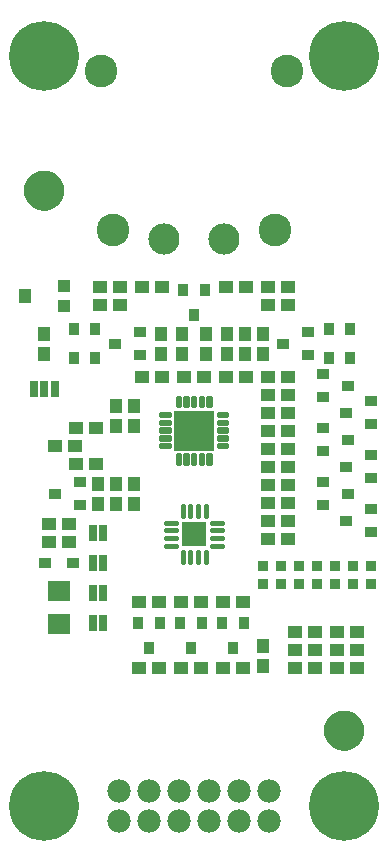
<source format=gbr>
G04 EAGLE Gerber RS-274X export*
G75*
%MOMM*%
%FSLAX34Y34*%
%LPD*%
%INGTS*%
%IPPOS*%
%AMOC8*
5,1,8,0,0,1.08239X$1,22.5*%
G01*
%ADD10C,2.768600*%
%ADD11R,1.201600X1.101600*%
%ADD12C,5.901600*%
%ADD13C,1.209600*%
%ADD14R,1.101600X1.201600*%
%ADD15R,1.001600X1.101600*%
%ADD16R,1.001600X1.201600*%
%ADD17R,0.901600X1.001600*%
%ADD18R,0.736600X1.371600*%
%ADD19R,1.001600X0.901600*%
%ADD20R,0.901600X0.901600*%
%ADD21R,1.101600X0.901600*%
%ADD22R,0.901600X1.101600*%
%ADD23C,0.300959*%
%ADD24R,3.451600X3.451600*%
%ADD25C,1.981200*%
%ADD26C,0.401600*%
%ADD27R,2.100800X2.100800*%
%ADD28R,1.901600X1.701600*%
%ADD29C,1.200000*%
%ADD30C,1.101600*%
%ADD31C,2.641600*%


D10*
X68580Y170180D03*
X-68580Y170180D03*
X-78740Y304800D03*
X78740Y304800D03*
D11*
X44060Y121920D03*
X27060Y121920D03*
D12*
X127000Y317500D03*
D13*
X105000Y317500D03*
X149000Y317500D03*
X127000Y295500D03*
X127000Y339500D03*
X111500Y333000D03*
X142500Y333000D03*
X111500Y302000D03*
X142500Y302000D03*
D12*
X127000Y-317500D03*
D13*
X105000Y-317500D03*
X149000Y-317500D03*
X127000Y-339500D03*
X127000Y-295500D03*
X111500Y-302000D03*
X142500Y-302000D03*
X111500Y-333000D03*
X142500Y-333000D03*
D12*
X-127000Y-317500D03*
D13*
X-149000Y-317500D03*
X-105000Y-317500D03*
X-127000Y-339500D03*
X-127000Y-295500D03*
X-142500Y-302000D03*
X-111500Y-302000D03*
X-142500Y-333000D03*
X-111500Y-333000D03*
D12*
X-127000Y317500D03*
D13*
X-149000Y317500D03*
X-105000Y317500D03*
X-127000Y295500D03*
X-127000Y339500D03*
X-142500Y333000D03*
X-111500Y333000D03*
X-142500Y302000D03*
X-111500Y302000D03*
D11*
X-122800Y-78740D03*
X-105800Y-78740D03*
D14*
X-66040Y-44840D03*
X-66040Y-61840D03*
D11*
X-122800Y-93980D03*
X-105800Y-93980D03*
D14*
X-81280Y-44840D03*
X-81280Y-61840D03*
D11*
X8500Y45720D03*
X-8500Y45720D03*
X-44060Y121920D03*
X-27060Y121920D03*
D14*
X43180Y82160D03*
X43180Y65160D03*
D15*
X-110500Y105800D03*
D16*
X-143500Y114300D03*
D15*
X-110500Y122800D03*
D17*
X42520Y-162720D03*
X23520Y-162720D03*
X33020Y-183720D03*
X6960Y-162720D03*
X-12040Y-162720D03*
X-2540Y-183720D03*
D14*
X-127000Y65160D03*
X-127000Y82160D03*
D18*
X-118110Y35560D03*
X-127000Y35560D03*
X-135890Y35560D03*
D14*
X58420Y82160D03*
X58420Y65160D03*
X27940Y65160D03*
X27940Y82160D03*
X-27940Y65160D03*
X-27940Y82160D03*
X10160Y82160D03*
X10160Y65160D03*
X-10160Y82160D03*
X-10160Y65160D03*
D19*
X96360Y64160D03*
X96360Y83160D03*
X75360Y73660D03*
X-45880Y64160D03*
X-45880Y83160D03*
X-66880Y73660D03*
D11*
X44060Y45720D03*
X27060Y45720D03*
X-27060Y45720D03*
X-44060Y45720D03*
X-62620Y106680D03*
X-79620Y106680D03*
X-79620Y121920D03*
X-62620Y121920D03*
X62620Y106680D03*
X79620Y106680D03*
X79620Y121920D03*
X62620Y121920D03*
D20*
X119380Y-114420D03*
X119380Y-129420D03*
D19*
X149700Y-85700D03*
X149700Y-66700D03*
X128700Y-76200D03*
D11*
X138040Y-170180D03*
X121040Y-170180D03*
D20*
X73660Y-114420D03*
X73660Y-129420D03*
D19*
X109380Y1880D03*
X109380Y-17120D03*
X130380Y-7620D03*
D11*
X85480Y-200660D03*
X102480Y-200660D03*
D20*
X104140Y-114420D03*
X104140Y-129420D03*
D19*
X109380Y-43840D03*
X109380Y-62840D03*
X130380Y-53340D03*
D11*
X85480Y-170180D03*
X102480Y-170180D03*
D20*
X88900Y-114420D03*
X88900Y-129420D03*
D19*
X149700Y-39980D03*
X149700Y-20980D03*
X128700Y-30480D03*
D11*
X85480Y-185420D03*
X102480Y-185420D03*
X24520Y-144780D03*
X41520Y-144780D03*
X-11040Y-144780D03*
X5960Y-144780D03*
X41520Y-200660D03*
X24520Y-200660D03*
X5960Y-200660D03*
X-11040Y-200660D03*
D21*
X-126300Y-111760D03*
X-102300Y-111760D03*
D22*
X132080Y85660D03*
X132080Y61660D03*
X114300Y61660D03*
X114300Y85660D03*
X-101600Y85660D03*
X-101600Y61660D03*
X-83820Y61660D03*
X-83820Y85660D03*
D17*
X9500Y119220D03*
X-9500Y119220D03*
X0Y98220D03*
D11*
X-99940Y2540D03*
X-82940Y2540D03*
X-100720Y-12700D03*
X-117720Y-12700D03*
D14*
X-66040Y4200D03*
X-66040Y21200D03*
D11*
X-82940Y-27940D03*
X-99940Y-27940D03*
D14*
X-50800Y4200D03*
X-50800Y21200D03*
D19*
X-96680Y-62840D03*
X-96680Y-43840D03*
X-117680Y-53340D03*
D11*
X62620Y30480D03*
X79620Y30480D03*
X62620Y45720D03*
X79620Y45720D03*
X62620Y-30480D03*
X79620Y-30480D03*
X62620Y-15240D03*
X79620Y-15240D03*
X62620Y0D03*
X79620Y0D03*
X62620Y15240D03*
X79620Y15240D03*
D20*
X134620Y-114420D03*
X134620Y-129420D03*
D19*
X109380Y47600D03*
X109380Y28600D03*
X130380Y38100D03*
D11*
X138040Y-185420D03*
X121040Y-185420D03*
D20*
X149860Y-114420D03*
X149860Y-129420D03*
D19*
X149700Y5740D03*
X149700Y24740D03*
X128700Y15240D03*
D11*
X138040Y-200660D03*
X121040Y-200660D03*
D17*
X-28600Y-162720D03*
X-47600Y-162720D03*
X-38100Y-183720D03*
D11*
X-46600Y-144780D03*
X-29600Y-144780D03*
X-29600Y-200660D03*
X-46600Y-200660D03*
D18*
X-85755Y-86360D03*
X-76805Y-86360D03*
D11*
X62620Y-60960D03*
X79620Y-60960D03*
X62620Y-45720D03*
X79620Y-45720D03*
X62620Y-76200D03*
X79620Y-76200D03*
D18*
X-85755Y-111760D03*
X-76805Y-111760D03*
X-85755Y-137160D03*
X-76805Y-137160D03*
D23*
X11997Y20747D02*
X11997Y28003D01*
X14003Y28003D01*
X14003Y20747D01*
X11997Y20747D01*
X11997Y23606D02*
X14003Y23606D01*
X14003Y26465D02*
X11997Y26465D01*
X5497Y28003D02*
X5497Y20747D01*
X5497Y28003D02*
X7503Y28003D01*
X7503Y20747D01*
X5497Y20747D01*
X5497Y23606D02*
X7503Y23606D01*
X7503Y26465D02*
X5497Y26465D01*
X-1003Y28003D02*
X-1003Y20747D01*
X-1003Y28003D02*
X1003Y28003D01*
X1003Y20747D01*
X-1003Y20747D01*
X-1003Y23606D02*
X1003Y23606D01*
X1003Y26465D02*
X-1003Y26465D01*
X-7503Y28003D02*
X-7503Y20747D01*
X-7503Y28003D02*
X-5497Y28003D01*
X-5497Y20747D01*
X-7503Y20747D01*
X-7503Y23606D02*
X-5497Y23606D01*
X-5497Y26465D02*
X-7503Y26465D01*
X-14003Y28003D02*
X-14003Y20747D01*
X-14003Y28003D02*
X-11997Y28003D01*
X-11997Y20747D01*
X-14003Y20747D01*
X-14003Y23606D02*
X-11997Y23606D01*
X-11997Y26465D02*
X-14003Y26465D01*
X-20747Y11997D02*
X-28003Y11997D01*
X-28003Y14003D01*
X-20747Y14003D01*
X-20747Y11997D01*
X-20747Y5497D02*
X-28003Y5497D01*
X-28003Y7503D01*
X-20747Y7503D01*
X-20747Y5497D01*
X-20747Y-1003D02*
X-28003Y-1003D01*
X-28003Y1003D01*
X-20747Y1003D01*
X-20747Y-1003D01*
X-20747Y-7503D02*
X-28003Y-7503D01*
X-28003Y-5497D01*
X-20747Y-5497D01*
X-20747Y-7503D01*
X-20747Y-14003D02*
X-28003Y-14003D01*
X-28003Y-11997D01*
X-20747Y-11997D01*
X-20747Y-14003D01*
X-11997Y-20747D02*
X-11997Y-28003D01*
X-14003Y-28003D01*
X-14003Y-20747D01*
X-11997Y-20747D01*
X-11997Y-25144D02*
X-14003Y-25144D01*
X-14003Y-22285D02*
X-11997Y-22285D01*
X-5497Y-20747D02*
X-5497Y-28003D01*
X-7503Y-28003D01*
X-7503Y-20747D01*
X-5497Y-20747D01*
X-5497Y-25144D02*
X-7503Y-25144D01*
X-7503Y-22285D02*
X-5497Y-22285D01*
X1003Y-20747D02*
X1003Y-28003D01*
X-1003Y-28003D01*
X-1003Y-20747D01*
X1003Y-20747D01*
X1003Y-25144D02*
X-1003Y-25144D01*
X-1003Y-22285D02*
X1003Y-22285D01*
X7503Y-20747D02*
X7503Y-28003D01*
X5497Y-28003D01*
X5497Y-20747D01*
X7503Y-20747D01*
X7503Y-25144D02*
X5497Y-25144D01*
X5497Y-22285D02*
X7503Y-22285D01*
X14003Y-20747D02*
X14003Y-28003D01*
X11997Y-28003D01*
X11997Y-20747D01*
X14003Y-20747D01*
X14003Y-25144D02*
X11997Y-25144D01*
X11997Y-22285D02*
X14003Y-22285D01*
X20747Y-11997D02*
X28003Y-11997D01*
X28003Y-14003D01*
X20747Y-14003D01*
X20747Y-11997D01*
X20747Y-5497D02*
X28003Y-5497D01*
X28003Y-7503D01*
X20747Y-7503D01*
X20747Y-5497D01*
X20747Y1003D02*
X28003Y1003D01*
X28003Y-1003D01*
X20747Y-1003D01*
X20747Y1003D01*
X20747Y7503D02*
X28003Y7503D01*
X28003Y5497D01*
X20747Y5497D01*
X20747Y7503D01*
X20747Y14003D02*
X28003Y14003D01*
X28003Y11997D01*
X20747Y11997D01*
X20747Y14003D01*
D24*
X0Y0D03*
D18*
X-76805Y-162560D03*
X-85755Y-162560D03*
D25*
X-63500Y-330200D03*
X-63500Y-304800D03*
X-38100Y-330200D03*
X-38100Y-304800D03*
X-12700Y-330200D03*
X-12700Y-304800D03*
X12700Y-330200D03*
X12700Y-304800D03*
X38100Y-330200D03*
X38100Y-304800D03*
X63500Y-330200D03*
X63500Y-304800D03*
D14*
X-50800Y-61840D03*
X-50800Y-44840D03*
D26*
X9750Y-64130D02*
X9750Y-72130D01*
X3250Y-72130D02*
X3250Y-64130D01*
X-3250Y-64130D02*
X-3250Y-72130D01*
X-9750Y-72130D02*
X-9750Y-64130D01*
X-15500Y-77880D02*
X-23500Y-77880D01*
X-23500Y-84380D02*
X-15500Y-84380D01*
X-15500Y-90880D02*
X-23500Y-90880D01*
X-23500Y-97380D02*
X-15500Y-97380D01*
X-9750Y-103130D02*
X-9750Y-111130D01*
X-3250Y-111130D02*
X-3250Y-103130D01*
X3250Y-103130D02*
X3250Y-111130D01*
X9750Y-111130D02*
X9750Y-103130D01*
X15500Y-97380D02*
X23500Y-97380D01*
X23500Y-90880D02*
X15500Y-90880D01*
X15500Y-84380D02*
X23500Y-84380D01*
X23500Y-77880D02*
X15500Y-77880D01*
D27*
X0Y-87630D03*
D28*
X-114300Y-135860D03*
X-114300Y-163860D03*
D29*
X-138000Y203200D02*
X-137997Y203470D01*
X-137987Y203740D01*
X-137970Y204009D01*
X-137947Y204278D01*
X-137917Y204547D01*
X-137881Y204814D01*
X-137838Y205081D01*
X-137789Y205346D01*
X-137733Y205610D01*
X-137670Y205873D01*
X-137602Y206134D01*
X-137526Y206393D01*
X-137445Y206650D01*
X-137357Y206906D01*
X-137263Y207159D01*
X-137163Y207410D01*
X-137056Y207658D01*
X-136944Y207903D01*
X-136825Y208146D01*
X-136701Y208385D01*
X-136571Y208622D01*
X-136435Y208855D01*
X-136293Y209085D01*
X-136146Y209311D01*
X-135993Y209534D01*
X-135835Y209753D01*
X-135672Y209968D01*
X-135503Y210178D01*
X-135329Y210385D01*
X-135150Y210587D01*
X-134967Y210785D01*
X-134778Y210978D01*
X-134585Y211167D01*
X-134387Y211350D01*
X-134185Y211529D01*
X-133978Y211703D01*
X-133768Y211872D01*
X-133553Y212035D01*
X-133334Y212193D01*
X-133111Y212346D01*
X-132885Y212493D01*
X-132655Y212635D01*
X-132422Y212771D01*
X-132185Y212901D01*
X-131946Y213025D01*
X-131703Y213144D01*
X-131458Y213256D01*
X-131210Y213363D01*
X-130959Y213463D01*
X-130706Y213557D01*
X-130450Y213645D01*
X-130193Y213726D01*
X-129934Y213802D01*
X-129673Y213870D01*
X-129410Y213933D01*
X-129146Y213989D01*
X-128881Y214038D01*
X-128614Y214081D01*
X-128347Y214117D01*
X-128078Y214147D01*
X-127809Y214170D01*
X-127540Y214187D01*
X-127270Y214197D01*
X-127000Y214200D01*
X-126730Y214197D01*
X-126460Y214187D01*
X-126191Y214170D01*
X-125922Y214147D01*
X-125653Y214117D01*
X-125386Y214081D01*
X-125119Y214038D01*
X-124854Y213989D01*
X-124590Y213933D01*
X-124327Y213870D01*
X-124066Y213802D01*
X-123807Y213726D01*
X-123550Y213645D01*
X-123294Y213557D01*
X-123041Y213463D01*
X-122790Y213363D01*
X-122542Y213256D01*
X-122297Y213144D01*
X-122054Y213025D01*
X-121815Y212901D01*
X-121578Y212771D01*
X-121345Y212635D01*
X-121115Y212493D01*
X-120889Y212346D01*
X-120666Y212193D01*
X-120447Y212035D01*
X-120232Y211872D01*
X-120022Y211703D01*
X-119815Y211529D01*
X-119613Y211350D01*
X-119415Y211167D01*
X-119222Y210978D01*
X-119033Y210785D01*
X-118850Y210587D01*
X-118671Y210385D01*
X-118497Y210178D01*
X-118328Y209968D01*
X-118165Y209753D01*
X-118007Y209534D01*
X-117854Y209311D01*
X-117707Y209085D01*
X-117565Y208855D01*
X-117429Y208622D01*
X-117299Y208385D01*
X-117175Y208146D01*
X-117056Y207903D01*
X-116944Y207658D01*
X-116837Y207410D01*
X-116737Y207159D01*
X-116643Y206906D01*
X-116555Y206650D01*
X-116474Y206393D01*
X-116398Y206134D01*
X-116330Y205873D01*
X-116267Y205610D01*
X-116211Y205346D01*
X-116162Y205081D01*
X-116119Y204814D01*
X-116083Y204547D01*
X-116053Y204278D01*
X-116030Y204009D01*
X-116013Y203740D01*
X-116003Y203470D01*
X-116000Y203200D01*
X-116003Y202930D01*
X-116013Y202660D01*
X-116030Y202391D01*
X-116053Y202122D01*
X-116083Y201853D01*
X-116119Y201586D01*
X-116162Y201319D01*
X-116211Y201054D01*
X-116267Y200790D01*
X-116330Y200527D01*
X-116398Y200266D01*
X-116474Y200007D01*
X-116555Y199750D01*
X-116643Y199494D01*
X-116737Y199241D01*
X-116837Y198990D01*
X-116944Y198742D01*
X-117056Y198497D01*
X-117175Y198254D01*
X-117299Y198015D01*
X-117429Y197778D01*
X-117565Y197545D01*
X-117707Y197315D01*
X-117854Y197089D01*
X-118007Y196866D01*
X-118165Y196647D01*
X-118328Y196432D01*
X-118497Y196222D01*
X-118671Y196015D01*
X-118850Y195813D01*
X-119033Y195615D01*
X-119222Y195422D01*
X-119415Y195233D01*
X-119613Y195050D01*
X-119815Y194871D01*
X-120022Y194697D01*
X-120232Y194528D01*
X-120447Y194365D01*
X-120666Y194207D01*
X-120889Y194054D01*
X-121115Y193907D01*
X-121345Y193765D01*
X-121578Y193629D01*
X-121815Y193499D01*
X-122054Y193375D01*
X-122297Y193256D01*
X-122542Y193144D01*
X-122790Y193037D01*
X-123041Y192937D01*
X-123294Y192843D01*
X-123550Y192755D01*
X-123807Y192674D01*
X-124066Y192598D01*
X-124327Y192530D01*
X-124590Y192467D01*
X-124854Y192411D01*
X-125119Y192362D01*
X-125386Y192319D01*
X-125653Y192283D01*
X-125922Y192253D01*
X-126191Y192230D01*
X-126460Y192213D01*
X-126730Y192203D01*
X-127000Y192200D01*
X-127270Y192203D01*
X-127540Y192213D01*
X-127809Y192230D01*
X-128078Y192253D01*
X-128347Y192283D01*
X-128614Y192319D01*
X-128881Y192362D01*
X-129146Y192411D01*
X-129410Y192467D01*
X-129673Y192530D01*
X-129934Y192598D01*
X-130193Y192674D01*
X-130450Y192755D01*
X-130706Y192843D01*
X-130959Y192937D01*
X-131210Y193037D01*
X-131458Y193144D01*
X-131703Y193256D01*
X-131946Y193375D01*
X-132185Y193499D01*
X-132422Y193629D01*
X-132655Y193765D01*
X-132885Y193907D01*
X-133111Y194054D01*
X-133334Y194207D01*
X-133553Y194365D01*
X-133768Y194528D01*
X-133978Y194697D01*
X-134185Y194871D01*
X-134387Y195050D01*
X-134585Y195233D01*
X-134778Y195422D01*
X-134967Y195615D01*
X-135150Y195813D01*
X-135329Y196015D01*
X-135503Y196222D01*
X-135672Y196432D01*
X-135835Y196647D01*
X-135993Y196866D01*
X-136146Y197089D01*
X-136293Y197315D01*
X-136435Y197545D01*
X-136571Y197778D01*
X-136701Y198015D01*
X-136825Y198254D01*
X-136944Y198497D01*
X-137056Y198742D01*
X-137163Y198990D01*
X-137263Y199241D01*
X-137357Y199494D01*
X-137445Y199750D01*
X-137526Y200007D01*
X-137602Y200266D01*
X-137670Y200527D01*
X-137733Y200790D01*
X-137789Y201054D01*
X-137838Y201319D01*
X-137881Y201586D01*
X-137917Y201853D01*
X-137947Y202122D01*
X-137970Y202391D01*
X-137987Y202660D01*
X-137997Y202930D01*
X-138000Y203200D01*
D30*
X-127000Y203200D03*
D29*
X116000Y-254000D02*
X116003Y-253730D01*
X116013Y-253460D01*
X116030Y-253191D01*
X116053Y-252922D01*
X116083Y-252653D01*
X116119Y-252386D01*
X116162Y-252119D01*
X116211Y-251854D01*
X116267Y-251590D01*
X116330Y-251327D01*
X116398Y-251066D01*
X116474Y-250807D01*
X116555Y-250550D01*
X116643Y-250294D01*
X116737Y-250041D01*
X116837Y-249790D01*
X116944Y-249542D01*
X117056Y-249297D01*
X117175Y-249054D01*
X117299Y-248815D01*
X117429Y-248578D01*
X117565Y-248345D01*
X117707Y-248115D01*
X117854Y-247889D01*
X118007Y-247666D01*
X118165Y-247447D01*
X118328Y-247232D01*
X118497Y-247022D01*
X118671Y-246815D01*
X118850Y-246613D01*
X119033Y-246415D01*
X119222Y-246222D01*
X119415Y-246033D01*
X119613Y-245850D01*
X119815Y-245671D01*
X120022Y-245497D01*
X120232Y-245328D01*
X120447Y-245165D01*
X120666Y-245007D01*
X120889Y-244854D01*
X121115Y-244707D01*
X121345Y-244565D01*
X121578Y-244429D01*
X121815Y-244299D01*
X122054Y-244175D01*
X122297Y-244056D01*
X122542Y-243944D01*
X122790Y-243837D01*
X123041Y-243737D01*
X123294Y-243643D01*
X123550Y-243555D01*
X123807Y-243474D01*
X124066Y-243398D01*
X124327Y-243330D01*
X124590Y-243267D01*
X124854Y-243211D01*
X125119Y-243162D01*
X125386Y-243119D01*
X125653Y-243083D01*
X125922Y-243053D01*
X126191Y-243030D01*
X126460Y-243013D01*
X126730Y-243003D01*
X127000Y-243000D01*
X127270Y-243003D01*
X127540Y-243013D01*
X127809Y-243030D01*
X128078Y-243053D01*
X128347Y-243083D01*
X128614Y-243119D01*
X128881Y-243162D01*
X129146Y-243211D01*
X129410Y-243267D01*
X129673Y-243330D01*
X129934Y-243398D01*
X130193Y-243474D01*
X130450Y-243555D01*
X130706Y-243643D01*
X130959Y-243737D01*
X131210Y-243837D01*
X131458Y-243944D01*
X131703Y-244056D01*
X131946Y-244175D01*
X132185Y-244299D01*
X132422Y-244429D01*
X132655Y-244565D01*
X132885Y-244707D01*
X133111Y-244854D01*
X133334Y-245007D01*
X133553Y-245165D01*
X133768Y-245328D01*
X133978Y-245497D01*
X134185Y-245671D01*
X134387Y-245850D01*
X134585Y-246033D01*
X134778Y-246222D01*
X134967Y-246415D01*
X135150Y-246613D01*
X135329Y-246815D01*
X135503Y-247022D01*
X135672Y-247232D01*
X135835Y-247447D01*
X135993Y-247666D01*
X136146Y-247889D01*
X136293Y-248115D01*
X136435Y-248345D01*
X136571Y-248578D01*
X136701Y-248815D01*
X136825Y-249054D01*
X136944Y-249297D01*
X137056Y-249542D01*
X137163Y-249790D01*
X137263Y-250041D01*
X137357Y-250294D01*
X137445Y-250550D01*
X137526Y-250807D01*
X137602Y-251066D01*
X137670Y-251327D01*
X137733Y-251590D01*
X137789Y-251854D01*
X137838Y-252119D01*
X137881Y-252386D01*
X137917Y-252653D01*
X137947Y-252922D01*
X137970Y-253191D01*
X137987Y-253460D01*
X137997Y-253730D01*
X138000Y-254000D01*
X137997Y-254270D01*
X137987Y-254540D01*
X137970Y-254809D01*
X137947Y-255078D01*
X137917Y-255347D01*
X137881Y-255614D01*
X137838Y-255881D01*
X137789Y-256146D01*
X137733Y-256410D01*
X137670Y-256673D01*
X137602Y-256934D01*
X137526Y-257193D01*
X137445Y-257450D01*
X137357Y-257706D01*
X137263Y-257959D01*
X137163Y-258210D01*
X137056Y-258458D01*
X136944Y-258703D01*
X136825Y-258946D01*
X136701Y-259185D01*
X136571Y-259422D01*
X136435Y-259655D01*
X136293Y-259885D01*
X136146Y-260111D01*
X135993Y-260334D01*
X135835Y-260553D01*
X135672Y-260768D01*
X135503Y-260978D01*
X135329Y-261185D01*
X135150Y-261387D01*
X134967Y-261585D01*
X134778Y-261778D01*
X134585Y-261967D01*
X134387Y-262150D01*
X134185Y-262329D01*
X133978Y-262503D01*
X133768Y-262672D01*
X133553Y-262835D01*
X133334Y-262993D01*
X133111Y-263146D01*
X132885Y-263293D01*
X132655Y-263435D01*
X132422Y-263571D01*
X132185Y-263701D01*
X131946Y-263825D01*
X131703Y-263944D01*
X131458Y-264056D01*
X131210Y-264163D01*
X130959Y-264263D01*
X130706Y-264357D01*
X130450Y-264445D01*
X130193Y-264526D01*
X129934Y-264602D01*
X129673Y-264670D01*
X129410Y-264733D01*
X129146Y-264789D01*
X128881Y-264838D01*
X128614Y-264881D01*
X128347Y-264917D01*
X128078Y-264947D01*
X127809Y-264970D01*
X127540Y-264987D01*
X127270Y-264997D01*
X127000Y-265000D01*
X126730Y-264997D01*
X126460Y-264987D01*
X126191Y-264970D01*
X125922Y-264947D01*
X125653Y-264917D01*
X125386Y-264881D01*
X125119Y-264838D01*
X124854Y-264789D01*
X124590Y-264733D01*
X124327Y-264670D01*
X124066Y-264602D01*
X123807Y-264526D01*
X123550Y-264445D01*
X123294Y-264357D01*
X123041Y-264263D01*
X122790Y-264163D01*
X122542Y-264056D01*
X122297Y-263944D01*
X122054Y-263825D01*
X121815Y-263701D01*
X121578Y-263571D01*
X121345Y-263435D01*
X121115Y-263293D01*
X120889Y-263146D01*
X120666Y-262993D01*
X120447Y-262835D01*
X120232Y-262672D01*
X120022Y-262503D01*
X119815Y-262329D01*
X119613Y-262150D01*
X119415Y-261967D01*
X119222Y-261778D01*
X119033Y-261585D01*
X118850Y-261387D01*
X118671Y-261185D01*
X118497Y-260978D01*
X118328Y-260768D01*
X118165Y-260553D01*
X118007Y-260334D01*
X117854Y-260111D01*
X117707Y-259885D01*
X117565Y-259655D01*
X117429Y-259422D01*
X117299Y-259185D01*
X117175Y-258946D01*
X117056Y-258703D01*
X116944Y-258458D01*
X116837Y-258210D01*
X116737Y-257959D01*
X116643Y-257706D01*
X116555Y-257450D01*
X116474Y-257193D01*
X116398Y-256934D01*
X116330Y-256673D01*
X116267Y-256410D01*
X116211Y-256146D01*
X116162Y-255881D01*
X116119Y-255614D01*
X116083Y-255347D01*
X116053Y-255078D01*
X116030Y-254809D01*
X116013Y-254540D01*
X116003Y-254270D01*
X116000Y-254000D01*
D30*
X127000Y-254000D03*
D14*
X58420Y-182000D03*
X58420Y-199000D03*
D20*
X58420Y-114420D03*
X58420Y-129420D03*
D11*
X62620Y-91440D03*
X79620Y-91440D03*
D31*
X25400Y162560D03*
X-25400Y162560D03*
M02*

</source>
